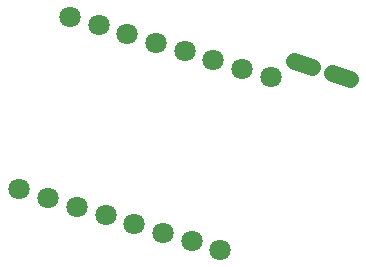
<source format=gbr>
%FSLAX34Y34*%
%MOMM*%
%LNSOLDERMASK_TOP*%
G71*
G01*
%ADD10C,1.800*%
%ADD11C,1.400*%
%LPD*%
X101789Y236408D02*
G54D10*
D03*
X126105Y229067D02*
G54D10*
D03*
X150421Y221725D02*
G54D10*
D03*
X199053Y207042D02*
G54D10*
D03*
X223368Y199701D02*
G54D10*
D03*
X247685Y192360D02*
G54D10*
D03*
X272000Y185018D02*
G54D10*
D03*
X174737Y214384D02*
G54D10*
D03*
X59016Y90134D02*
G54D10*
D03*
X83332Y82792D02*
G54D10*
D03*
X107647Y75451D02*
G54D10*
D03*
X156279Y60768D02*
G54D10*
D03*
X180595Y53426D02*
G54D10*
D03*
X204911Y46085D02*
G54D10*
D03*
X229227Y38744D02*
G54D10*
D03*
X131963Y68110D02*
G54D10*
D03*
G54D11*
X291350Y198339D02*
X306650Y193661D01*
G54D11*
X323350Y188339D02*
X338650Y183661D01*
M02*

</source>
